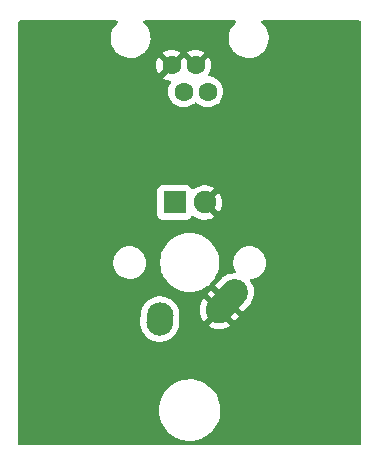
<source format=gbl>
%TF.GenerationSoftware,KiCad,Pcbnew,(6.0.8-1)-1*%
%TF.CreationDate,2022-10-24T07:50:05+03:00*%
%TF.ProjectId,kamaji_button_v1,6b616d61-6a69-45f6-9275-74746f6e5f76,rev?*%
%TF.SameCoordinates,PX2faf080PY2faf080*%
%TF.FileFunction,Copper,L2,Bot*%
%TF.FilePolarity,Positive*%
%FSLAX46Y46*%
G04 Gerber Fmt 4.6, Leading zero omitted, Abs format (unit mm)*
G04 Created by KiCad (PCBNEW (6.0.8-1)-1) date 2022-10-24 07:50:05*
%MOMM*%
%LPD*%
G01*
G04 APERTURE LIST*
G04 Aperture macros list*
%AMHorizOval*
0 Thick line with rounded ends*
0 $1 width*
0 $2 $3 position (X,Y) of the first rounded end (center of the circle)*
0 $4 $5 position (X,Y) of the second rounded end (center of the circle)*
0 Add line between two ends*
20,1,$1,$2,$3,$4,$5,0*
0 Add two circle primitives to create the rounded ends*
1,1,$1,$2,$3*
1,1,$1,$4,$5*%
G04 Aperture macros list end*
%TA.AperFunction,ComponentPad*%
%ADD10HorizOval,2.250000X-0.655001X-0.730000X0.655001X0.730000X0*%
%TD*%
%TA.AperFunction,ComponentPad*%
%ADD11C,2.250000*%
%TD*%
%TA.AperFunction,ComponentPad*%
%ADD12HorizOval,2.250000X-0.020000X-0.290000X0.020000X0.290000X0*%
%TD*%
%TA.AperFunction,ComponentPad*%
%ADD13C,1.905000*%
%TD*%
%TA.AperFunction,ComponentPad*%
%ADD14R,1.905000X1.905000*%
%TD*%
%TA.AperFunction,ComponentPad*%
%ADD15C,1.600000*%
%TD*%
G04 APERTURE END LIST*
D10*
%TO.P,SW2,1,1*%
%TO.N,GND*%
X18154999Y-24270000D03*
D11*
X17500000Y-25000000D03*
%TO.P,SW2,2,2*%
%TO.N,Net-(J1-Pad4)*%
X12460000Y-26080000D03*
D12*
X12480000Y-25790000D03*
D13*
%TO.P,SW2,3,K*%
%TO.N,GND*%
X16270000Y-15920000D03*
D14*
%TO.P,SW2,4,A*%
%TO.N,Net-(J1-Pad2)*%
X13730000Y-15920000D03*
%TD*%
D15*
%TO.P,J1,1*%
%TO.N,GND*%
X13470000Y-4300000D03*
%TO.P,J1,2*%
%TO.N,Net-(J1-Pad2)*%
X14490000Y-6540000D03*
%TO.P,J1,3*%
%TO.N,GND*%
X15510000Y-4300000D03*
%TO.P,J1,4*%
%TO.N,Net-(J1-Pad4)*%
X16530000Y-6540000D03*
%TD*%
%TA.AperFunction,Conductor*%
%TO.N,GND*%
G36*
X8871245Y-528502D02*
G01*
X8917738Y-582158D01*
X8927842Y-652432D01*
X8898348Y-717012D01*
X8882677Y-732210D01*
X8862470Y-748661D01*
X8838003Y-768580D01*
X8837999Y-768584D01*
X8834293Y-771601D01*
X8661897Y-962061D01*
X8520294Y-1176406D01*
X8518293Y-1180746D01*
X8518291Y-1180750D01*
X8444822Y-1340117D01*
X8412742Y-1409704D01*
X8411418Y-1414305D01*
X8411418Y-1414306D01*
X8362726Y-1583560D01*
X8341717Y-1656586D01*
X8308852Y-1911371D01*
X8314904Y-2168195D01*
X8359734Y-2421149D01*
X8442311Y-2664411D01*
X8560733Y-2892383D01*
X8712276Y-3099820D01*
X8778179Y-3166069D01*
X8890078Y-3278557D01*
X8890083Y-3278561D01*
X8893452Y-3281948D01*
X9100093Y-3434575D01*
X9327442Y-3554189D01*
X9331961Y-3555750D01*
X9331967Y-3555752D01*
X9565751Y-3636478D01*
X9570269Y-3638038D01*
X9822984Y-3684192D01*
X9905186Y-3688500D01*
X10065324Y-3688500D01*
X10067703Y-3688319D01*
X10067704Y-3688319D01*
X10251389Y-3674347D01*
X10251394Y-3674346D01*
X10256156Y-3673984D01*
X10260809Y-3672905D01*
X10260812Y-3672905D01*
X10501752Y-3617057D01*
X10501751Y-3617057D01*
X10506416Y-3615976D01*
X10745023Y-3520782D01*
X10966486Y-3390591D01*
X11165707Y-3228399D01*
X11179656Y-3212988D01*
X12748576Y-3212988D01*
X12755644Y-3226434D01*
X13457188Y-3927978D01*
X13471132Y-3935592D01*
X13472965Y-3935461D01*
X13479580Y-3931210D01*
X14185077Y-3225713D01*
X14191507Y-3213938D01*
X14190772Y-3212988D01*
X14788576Y-3212988D01*
X14795644Y-3226434D01*
X15497188Y-3927978D01*
X15511132Y-3935592D01*
X15512965Y-3935461D01*
X15519580Y-3931210D01*
X16225077Y-3225713D01*
X16231507Y-3213938D01*
X16222211Y-3201923D01*
X16171006Y-3166069D01*
X16161511Y-3160586D01*
X15964053Y-3068510D01*
X15953761Y-3064764D01*
X15743312Y-3008375D01*
X15732519Y-3006472D01*
X15515475Y-2987483D01*
X15504525Y-2987483D01*
X15287481Y-3006472D01*
X15276688Y-3008375D01*
X15066239Y-3064764D01*
X15055947Y-3068510D01*
X14858489Y-3160586D01*
X14848994Y-3166069D01*
X14796952Y-3202509D01*
X14788576Y-3212988D01*
X14190772Y-3212988D01*
X14182211Y-3201923D01*
X14131006Y-3166069D01*
X14121511Y-3160586D01*
X13924053Y-3068510D01*
X13913761Y-3064764D01*
X13703312Y-3008375D01*
X13692519Y-3006472D01*
X13475475Y-2987483D01*
X13464525Y-2987483D01*
X13247481Y-3006472D01*
X13236688Y-3008375D01*
X13026239Y-3064764D01*
X13015947Y-3068510D01*
X12818489Y-3160586D01*
X12808994Y-3166069D01*
X12756952Y-3202509D01*
X12748576Y-3212988D01*
X11179656Y-3212988D01*
X11338103Y-3037939D01*
X11479706Y-2823594D01*
X11551135Y-2668654D01*
X11585252Y-2594648D01*
X11585253Y-2594645D01*
X11587258Y-2590296D01*
X11635920Y-2421149D01*
X11656962Y-2348007D01*
X11656963Y-2348003D01*
X11658283Y-2343414D01*
X11691148Y-2088629D01*
X11685096Y-1831805D01*
X11640266Y-1578851D01*
X11557689Y-1335589D01*
X11439267Y-1107617D01*
X11287724Y-900180D01*
X11111830Y-723361D01*
X11077969Y-660961D01*
X11083219Y-590158D01*
X11125915Y-533434D01*
X11192500Y-508798D01*
X11201159Y-508500D01*
X18803124Y-508500D01*
X18871245Y-528502D01*
X18917738Y-582158D01*
X18927842Y-652432D01*
X18898348Y-717012D01*
X18882677Y-732210D01*
X18862470Y-748661D01*
X18838003Y-768580D01*
X18837999Y-768584D01*
X18834293Y-771601D01*
X18661897Y-962061D01*
X18520294Y-1176406D01*
X18518293Y-1180746D01*
X18518291Y-1180750D01*
X18444822Y-1340117D01*
X18412742Y-1409704D01*
X18411418Y-1414305D01*
X18411418Y-1414306D01*
X18362726Y-1583560D01*
X18341717Y-1656586D01*
X18308852Y-1911371D01*
X18314904Y-2168195D01*
X18359734Y-2421149D01*
X18442311Y-2664411D01*
X18560733Y-2892383D01*
X18712276Y-3099820D01*
X18778179Y-3166069D01*
X18890078Y-3278557D01*
X18890083Y-3278561D01*
X18893452Y-3281948D01*
X19100093Y-3434575D01*
X19327442Y-3554189D01*
X19331961Y-3555750D01*
X19331967Y-3555752D01*
X19565751Y-3636478D01*
X19570269Y-3638038D01*
X19822984Y-3684192D01*
X19905186Y-3688500D01*
X20065324Y-3688500D01*
X20067703Y-3688319D01*
X20067704Y-3688319D01*
X20251389Y-3674347D01*
X20251394Y-3674346D01*
X20256156Y-3673984D01*
X20260809Y-3672905D01*
X20260812Y-3672905D01*
X20501752Y-3617057D01*
X20501751Y-3617057D01*
X20506416Y-3615976D01*
X20745023Y-3520782D01*
X20966486Y-3390591D01*
X21165707Y-3228399D01*
X21338103Y-3037939D01*
X21479706Y-2823594D01*
X21551135Y-2668654D01*
X21585252Y-2594648D01*
X21585253Y-2594645D01*
X21587258Y-2590296D01*
X21635920Y-2421149D01*
X21656962Y-2348007D01*
X21656963Y-2348003D01*
X21658283Y-2343414D01*
X21691148Y-2088629D01*
X21685096Y-1831805D01*
X21640266Y-1578851D01*
X21557689Y-1335589D01*
X21439267Y-1107617D01*
X21287724Y-900180D01*
X21111830Y-723361D01*
X21077969Y-660961D01*
X21083219Y-590158D01*
X21125915Y-533434D01*
X21192500Y-508798D01*
X21201159Y-508500D01*
X29365500Y-508500D01*
X29433621Y-528502D01*
X29480114Y-582158D01*
X29491500Y-634500D01*
X29491500Y-36365500D01*
X29471498Y-36433621D01*
X29417842Y-36480114D01*
X29365500Y-36491500D01*
X634500Y-36491500D01*
X566379Y-36471498D01*
X519886Y-36417842D01*
X508500Y-36365500D01*
X508500Y-33545471D01*
X12394955Y-33545471D01*
X12419914Y-33862607D01*
X12483336Y-34174338D01*
X12584276Y-34476016D01*
X12721229Y-34763143D01*
X12892153Y-35031440D01*
X13094500Y-35276907D01*
X13325254Y-35495884D01*
X13580975Y-35685108D01*
X13719412Y-35763432D01*
X13854492Y-35839857D01*
X13854496Y-35839859D01*
X13857849Y-35841756D01*
X14151751Y-35963494D01*
X14253083Y-35991596D01*
X14454582Y-36047477D01*
X14454590Y-36047479D01*
X14458298Y-36048507D01*
X14772921Y-36095528D01*
X14776219Y-36095672D01*
X14885427Y-36100440D01*
X14885432Y-36100440D01*
X14886804Y-36100500D01*
X15080799Y-36100500D01*
X15317524Y-36086021D01*
X15321307Y-36085320D01*
X15321314Y-36085319D01*
X15519931Y-36048507D01*
X15630313Y-36028049D01*
X15839732Y-35962020D01*
X15930035Y-35933548D01*
X15930038Y-35933547D01*
X15933707Y-35932390D01*
X15937204Y-35930796D01*
X15937210Y-35930794D01*
X16219673Y-35802068D01*
X16219677Y-35802066D01*
X16223181Y-35800469D01*
X16408334Y-35687007D01*
X16491142Y-35636262D01*
X16491145Y-35636260D01*
X16494420Y-35634253D01*
X16497424Y-35631863D01*
X16497429Y-35631860D01*
X16740370Y-35438616D01*
X16743381Y-35436221D01*
X16966352Y-35209324D01*
X17100572Y-35034405D01*
X17157674Y-34959989D01*
X17157679Y-34959981D01*
X17160009Y-34956945D01*
X17272257Y-34766386D01*
X17319513Y-34686162D01*
X17319515Y-34686159D01*
X17321466Y-34682846D01*
X17448315Y-34391114D01*
X17538665Y-34086097D01*
X17591169Y-33772343D01*
X17605045Y-33454529D01*
X17580086Y-33137393D01*
X17516664Y-32825662D01*
X17415724Y-32523984D01*
X17278771Y-32236857D01*
X17107847Y-31968560D01*
X16905500Y-31723093D01*
X16674746Y-31504116D01*
X16419025Y-31314892D01*
X16218680Y-31201542D01*
X16145508Y-31160143D01*
X16145504Y-31160141D01*
X16142151Y-31158244D01*
X15848249Y-31036506D01*
X15746917Y-31008404D01*
X15545418Y-30952523D01*
X15545410Y-30952521D01*
X15541702Y-30951493D01*
X15227079Y-30904472D01*
X15223781Y-30904328D01*
X15114573Y-30899560D01*
X15114568Y-30899560D01*
X15113196Y-30899500D01*
X14919201Y-30899500D01*
X14682476Y-30913979D01*
X14678693Y-30914680D01*
X14678686Y-30914681D01*
X14526081Y-30942965D01*
X14369687Y-30971951D01*
X14189997Y-31028606D01*
X14069965Y-31066452D01*
X14069962Y-31066453D01*
X14066293Y-31067610D01*
X14062796Y-31069204D01*
X14062790Y-31069206D01*
X13780327Y-31197932D01*
X13780323Y-31197934D01*
X13776819Y-31199531D01*
X13773540Y-31201541D01*
X13773537Y-31201542D01*
X13584826Y-31317185D01*
X13505580Y-31365747D01*
X13502576Y-31368137D01*
X13502571Y-31368140D01*
X13283962Y-31542030D01*
X13256619Y-31563779D01*
X13033648Y-31790676D01*
X13031307Y-31793727D01*
X13031306Y-31793728D01*
X12842326Y-32040011D01*
X12842321Y-32040019D01*
X12839991Y-32043055D01*
X12838042Y-32046364D01*
X12723792Y-32240322D01*
X12678534Y-32317154D01*
X12551685Y-32608886D01*
X12461335Y-32913903D01*
X12408831Y-33227657D01*
X12394955Y-33545471D01*
X508500Y-33545471D01*
X508500Y-26080000D01*
X10821449Y-26080000D01*
X10821837Y-26084930D01*
X10821837Y-26084931D01*
X10826781Y-26147753D01*
X10827163Y-26156418D01*
X10827821Y-26224371D01*
X10828643Y-26229254D01*
X10836269Y-26274559D01*
X10837629Y-26285588D01*
X10841622Y-26336326D01*
X10842778Y-26341141D01*
X10857487Y-26402411D01*
X10859220Y-26410908D01*
X10860634Y-26419309D01*
X10870501Y-26477922D01*
X10872073Y-26482606D01*
X10872074Y-26482609D01*
X10886694Y-26526163D01*
X10889763Y-26536846D01*
X10901645Y-26586340D01*
X10927659Y-26649144D01*
X10930692Y-26657244D01*
X10952319Y-26721676D01*
X10954608Y-26726063D01*
X10954611Y-26726070D01*
X10975859Y-26766791D01*
X10980561Y-26776861D01*
X10998143Y-26819309D01*
X10998147Y-26819316D01*
X11000040Y-26823887D01*
X11035556Y-26881843D01*
X11039820Y-26889372D01*
X11057144Y-26922573D01*
X11071261Y-26949629D01*
X11074212Y-26953609D01*
X11101572Y-26990510D01*
X11107791Y-26999720D01*
X11134384Y-27043116D01*
X11178532Y-27094807D01*
X11183905Y-27101555D01*
X11224398Y-27156169D01*
X11227922Y-27159625D01*
X11227926Y-27159630D01*
X11260734Y-27191808D01*
X11268315Y-27199930D01*
X11301369Y-27238631D01*
X11305125Y-27241839D01*
X11305130Y-27241844D01*
X11353047Y-27282769D01*
X11359445Y-27288626D01*
X11404427Y-27332745D01*
X11404435Y-27332752D01*
X11407961Y-27336210D01*
X11411986Y-27339075D01*
X11411987Y-27339076D01*
X11449421Y-27365723D01*
X11458182Y-27372561D01*
X11496884Y-27405616D01*
X11554828Y-27441124D01*
X11562055Y-27445903D01*
X11617427Y-27485319D01*
X11647305Y-27500180D01*
X11662987Y-27507980D01*
X11672709Y-27513362D01*
X11716113Y-27539960D01*
X11720683Y-27541853D01*
X11720691Y-27541857D01*
X11778907Y-27565970D01*
X11786784Y-27569555D01*
X11847642Y-27599825D01*
X11896198Y-27615084D01*
X11906635Y-27618877D01*
X11949089Y-27636462D01*
X11949093Y-27636463D01*
X11953660Y-27638355D01*
X12019769Y-27654227D01*
X12028077Y-27656526D01*
X12092934Y-27676907D01*
X12097828Y-27677634D01*
X12097834Y-27677635D01*
X12122924Y-27681360D01*
X12143282Y-27684383D01*
X12154185Y-27686497D01*
X12198852Y-27697221D01*
X12198860Y-27697222D01*
X12203674Y-27698378D01*
X12208606Y-27698766D01*
X12208611Y-27698767D01*
X12271432Y-27703711D01*
X12280050Y-27704689D01*
X12308942Y-27708978D01*
X12347264Y-27714668D01*
X12352220Y-27714620D01*
X12398148Y-27714175D01*
X12409256Y-27714557D01*
X12410667Y-27714668D01*
X12460000Y-27718551D01*
X12464930Y-27718163D01*
X12464931Y-27718163D01*
X12527754Y-27713219D01*
X12536419Y-27712837D01*
X12599420Y-27712227D01*
X12599421Y-27712227D01*
X12604371Y-27712179D01*
X12612231Y-27710856D01*
X12654559Y-27703731D01*
X12665588Y-27702371D01*
X12677793Y-27701410D01*
X12716326Y-27698378D01*
X12738601Y-27693030D01*
X12782411Y-27682513D01*
X12790908Y-27680780D01*
X12809590Y-27677635D01*
X12857922Y-27669499D01*
X12862606Y-27667927D01*
X12862609Y-27667926D01*
X12906163Y-27653306D01*
X12916846Y-27650237D01*
X12961533Y-27639509D01*
X12966340Y-27638355D01*
X13029144Y-27612341D01*
X13037247Y-27609307D01*
X13096982Y-27589257D01*
X13096987Y-27589255D01*
X13101676Y-27587681D01*
X13106063Y-27585392D01*
X13106070Y-27585389D01*
X13146791Y-27564141D01*
X13156861Y-27559439D01*
X13199309Y-27541857D01*
X13199316Y-27541853D01*
X13203887Y-27539960D01*
X13261843Y-27504444D01*
X13269372Y-27500180D01*
X13325237Y-27471031D01*
X13325240Y-27471029D01*
X13329629Y-27468739D01*
X13370510Y-27438428D01*
X13379720Y-27432209D01*
X13418899Y-27408200D01*
X13423116Y-27405616D01*
X13474807Y-27361468D01*
X13481555Y-27356095D01*
X13536169Y-27315602D01*
X13539625Y-27312078D01*
X13539630Y-27312074D01*
X13571808Y-27279266D01*
X13579931Y-27271684D01*
X13614875Y-27241839D01*
X13618631Y-27238631D01*
X13621839Y-27234875D01*
X13621844Y-27234870D01*
X13662769Y-27186953D01*
X13668626Y-27180555D01*
X13712745Y-27135573D01*
X13712752Y-27135565D01*
X13716210Y-27132039D01*
X13745723Y-27090579D01*
X13752561Y-27081818D01*
X13782403Y-27046878D01*
X13782406Y-27046874D01*
X13785616Y-27043116D01*
X13821124Y-26985172D01*
X13825903Y-26977945D01*
X13846059Y-26949629D01*
X13865319Y-26922573D01*
X13887980Y-26877013D01*
X13893362Y-26867291D01*
X13917374Y-26828107D01*
X13917376Y-26828104D01*
X13919960Y-26823887D01*
X13921853Y-26819317D01*
X13921857Y-26819309D01*
X13945970Y-26761093D01*
X13949555Y-26753216D01*
X13979825Y-26692358D01*
X13995084Y-26643802D01*
X13998877Y-26633365D01*
X14016462Y-26590911D01*
X14016465Y-26590902D01*
X14018355Y-26586340D01*
X14034227Y-26520231D01*
X14036526Y-26511923D01*
X14056907Y-26447066D01*
X14061029Y-26419309D01*
X14064382Y-26396724D01*
X14066497Y-26385818D01*
X14069239Y-26374396D01*
X16613900Y-26374396D01*
X16617862Y-26379454D01*
X16681447Y-26413835D01*
X16687351Y-26417237D01*
X16752115Y-26456924D01*
X16760913Y-26461406D01*
X16791313Y-26473998D01*
X16803028Y-26479574D01*
X16831989Y-26495234D01*
X16841012Y-26499233D01*
X16912684Y-26524472D01*
X16919051Y-26526910D01*
X16989233Y-26555981D01*
X16998629Y-26559034D01*
X17030634Y-26566717D01*
X17043076Y-26570391D01*
X17074118Y-26581323D01*
X17083663Y-26583864D01*
X17158396Y-26597580D01*
X17165065Y-26598992D01*
X17238931Y-26616726D01*
X17248686Y-26618271D01*
X17281501Y-26620854D01*
X17294360Y-26622536D01*
X17326734Y-26628478D01*
X17336561Y-26629493D01*
X17412499Y-26631349D01*
X17419306Y-26631699D01*
X17495070Y-26637662D01*
X17504930Y-26637662D01*
X17537763Y-26635078D01*
X17550728Y-26634728D01*
X17583613Y-26635532D01*
X17593484Y-26634997D01*
X17668764Y-26624953D01*
X17675543Y-26624234D01*
X17751312Y-26618271D01*
X17761062Y-26616727D01*
X17793078Y-26609041D01*
X17805827Y-26606667D01*
X17838439Y-26602316D01*
X17848097Y-26600245D01*
X17920891Y-26578545D01*
X17927473Y-26576775D01*
X18001373Y-26559033D01*
X18010758Y-26555984D01*
X18041174Y-26543385D01*
X18053397Y-26539045D01*
X18084937Y-26529643D01*
X18094144Y-26526090D01*
X18162647Y-26493270D01*
X18168870Y-26490492D01*
X18239093Y-26461404D01*
X18247876Y-26456929D01*
X18275958Y-26439721D01*
X18287347Y-26433525D01*
X18317017Y-26419309D01*
X18325563Y-26414356D01*
X18388093Y-26371220D01*
X18393806Y-26367503D01*
X18453928Y-26330660D01*
X18459190Y-26322599D01*
X18453183Y-26312393D01*
X17522800Y-25382010D01*
X17508856Y-25374396D01*
X17508838Y-25374397D01*
X17499790Y-25380564D01*
X16620548Y-26360482D01*
X16613900Y-26374396D01*
X14069239Y-26374396D01*
X14077221Y-26341146D01*
X14077222Y-26341141D01*
X14078378Y-26336326D01*
X14078766Y-26331395D01*
X14078767Y-26331389D01*
X14083711Y-26268568D01*
X14084687Y-26259963D01*
X14084849Y-26258869D01*
X14084850Y-26258864D01*
X14085213Y-26256416D01*
X14089035Y-26200996D01*
X14089124Y-26199788D01*
X14098163Y-26084930D01*
X14098551Y-26080000D01*
X14098163Y-26075068D01*
X14098163Y-26072980D01*
X14098462Y-26064311D01*
X14133874Y-25550844D01*
X14133874Y-25550836D01*
X14134045Y-25548360D01*
X14132179Y-25355629D01*
X14089499Y-25102078D01*
X14087926Y-25097391D01*
X14056891Y-25004932D01*
X15862338Y-25004932D01*
X15864920Y-25037746D01*
X15865270Y-25050707D01*
X15864466Y-25083614D01*
X15865001Y-25093487D01*
X15875049Y-25168802D01*
X15875768Y-25175579D01*
X15881729Y-25251313D01*
X15883274Y-25261067D01*
X15890954Y-25293060D01*
X15893328Y-25305807D01*
X15897684Y-25338451D01*
X15899751Y-25348094D01*
X15921467Y-25420941D01*
X15923237Y-25427523D01*
X15940967Y-25501373D01*
X15944015Y-25510753D01*
X15956606Y-25541151D01*
X15960946Y-25553375D01*
X15970354Y-25584935D01*
X15973909Y-25594150D01*
X16006756Y-25662709D01*
X16009532Y-25668931D01*
X16038590Y-25739081D01*
X16043068Y-25747870D01*
X16060261Y-25775925D01*
X16066461Y-25787322D01*
X16080688Y-25817018D01*
X16085643Y-25825566D01*
X16128807Y-25888137D01*
X16132524Y-25893850D01*
X16169340Y-25953928D01*
X16177401Y-25959190D01*
X16187607Y-25953183D01*
X17127978Y-25012812D01*
X17134356Y-25001132D01*
X17864408Y-25001132D01*
X17864539Y-25002965D01*
X17868790Y-25009580D01*
X18813463Y-25954253D01*
X18827407Y-25961867D01*
X18827425Y-25961866D01*
X18836473Y-25955699D01*
X19188724Y-25563115D01*
X19195570Y-25548786D01*
X19195339Y-25546960D01*
X19190738Y-25540586D01*
X18217475Y-24667314D01*
X18203146Y-24660468D01*
X18199527Y-24660925D01*
X18195627Y-24663583D01*
X17872022Y-24987188D01*
X17864408Y-25001132D01*
X17134356Y-25001132D01*
X17135592Y-24998868D01*
X17135461Y-24997035D01*
X17131210Y-24990420D01*
X16189066Y-24048276D01*
X16175529Y-24040884D01*
X16170259Y-24044570D01*
X16155012Y-24069452D01*
X16147674Y-24080149D01*
X16127671Y-24106311D01*
X16122311Y-24114596D01*
X16086157Y-24181460D01*
X16082755Y-24187364D01*
X16043077Y-24252114D01*
X16038595Y-24260911D01*
X16026005Y-24291305D01*
X16020432Y-24303015D01*
X16004761Y-24331997D01*
X16000765Y-24341015D01*
X15975514Y-24412718D01*
X15973077Y-24419083D01*
X15944014Y-24489248D01*
X15940968Y-24498621D01*
X15933285Y-24530621D01*
X15929614Y-24543054D01*
X15918675Y-24574119D01*
X15916134Y-24583666D01*
X15902413Y-24658425D01*
X15901001Y-24665094D01*
X15883274Y-24738931D01*
X15881729Y-24748686D01*
X15879147Y-24781488D01*
X15877465Y-24794347D01*
X15871520Y-24826738D01*
X15870505Y-24836563D01*
X15868648Y-24912537D01*
X15868298Y-24919344D01*
X15862338Y-24995071D01*
X15862338Y-25004932D01*
X14056891Y-25004932D01*
X14009256Y-24863015D01*
X14009254Y-24863010D01*
X14007681Y-24858324D01*
X13996327Y-24836563D01*
X13906068Y-24663583D01*
X13888739Y-24630371D01*
X13735602Y-24423830D01*
X13552039Y-24243789D01*
X13342573Y-24094680D01*
X13112358Y-23980175D01*
X13107630Y-23978689D01*
X13107627Y-23978688D01*
X12871795Y-23904578D01*
X12871794Y-23904578D01*
X12867066Y-23903092D01*
X12612736Y-23865332D01*
X12548949Y-23865950D01*
X12360580Y-23867773D01*
X12360579Y-23867773D01*
X12355629Y-23867821D01*
X12102078Y-23910500D01*
X12097394Y-23912072D01*
X12097391Y-23912073D01*
X12029110Y-23934992D01*
X11858324Y-23992318D01*
X11630371Y-24111261D01*
X11626393Y-24114211D01*
X11626389Y-24114213D01*
X11548278Y-24172128D01*
X11423831Y-24264398D01*
X11243790Y-24447961D01*
X11240915Y-24452000D01*
X11240914Y-24452001D01*
X11110817Y-24634760D01*
X11094681Y-24657427D01*
X11092474Y-24661863D01*
X11092474Y-24661864D01*
X10992424Y-24863015D01*
X10980175Y-24887641D01*
X10978692Y-24892359D01*
X10978692Y-24892360D01*
X10970212Y-24919344D01*
X10903093Y-25132933D01*
X10874787Y-25323584D01*
X10874617Y-25326054D01*
X10874616Y-25326060D01*
X10830963Y-25959029D01*
X10830874Y-25960245D01*
X10821449Y-26080000D01*
X508500Y-26080000D01*
X508500Y-23655118D01*
X16518732Y-23655118D01*
X16519189Y-23658739D01*
X16521843Y-23662633D01*
X17477198Y-24617988D01*
X17491142Y-24625602D01*
X17491160Y-24625601D01*
X17500208Y-24619434D01*
X17784217Y-24302905D01*
X17791063Y-24288576D01*
X17790832Y-24286749D01*
X17786233Y-24280377D01*
X16783397Y-23380572D01*
X16769068Y-23373726D01*
X16767241Y-23373957D01*
X16760869Y-23378556D01*
X16525578Y-23640789D01*
X16518732Y-23655118D01*
X508500Y-23655118D01*
X508500Y-20934593D01*
X8533039Y-20934593D01*
X8541848Y-21169216D01*
X8542943Y-21174434D01*
X8567794Y-21292871D01*
X8590062Y-21399001D01*
X8676302Y-21617377D01*
X8798104Y-21818100D01*
X8951985Y-21995432D01*
X8956117Y-21998820D01*
X9129416Y-22140917D01*
X9129422Y-22140921D01*
X9133544Y-22144301D01*
X9138180Y-22146940D01*
X9138183Y-22146942D01*
X9249408Y-22210255D01*
X9337590Y-22260451D01*
X9558289Y-22340561D01*
X9563538Y-22341510D01*
X9563541Y-22341511D01*
X9644615Y-22356171D01*
X9789330Y-22382340D01*
X9793469Y-22382535D01*
X9793476Y-22382536D01*
X9812440Y-22383430D01*
X9812449Y-22383430D01*
X9813929Y-22383500D01*
X9978950Y-22383500D01*
X10060327Y-22376595D01*
X10148637Y-22369102D01*
X10148641Y-22369101D01*
X10153948Y-22368651D01*
X10159103Y-22367313D01*
X10159109Y-22367312D01*
X10376035Y-22311009D01*
X10376034Y-22311009D01*
X10381206Y-22309667D01*
X10386072Y-22307475D01*
X10386075Y-22307474D01*
X10590417Y-22215424D01*
X10590420Y-22215423D01*
X10595278Y-22213234D01*
X10790041Y-22082112D01*
X10959927Y-21920049D01*
X11100078Y-21731679D01*
X11108782Y-21714561D01*
X11204069Y-21527144D01*
X11204069Y-21527143D01*
X11206487Y-21522388D01*
X11276111Y-21298160D01*
X11293202Y-21169216D01*
X11294763Y-21157438D01*
X12497600Y-21157438D01*
X12537064Y-21469830D01*
X12615370Y-21774813D01*
X12731284Y-22067577D01*
X12733186Y-22071036D01*
X12733187Y-22071039D01*
X12865112Y-22311009D01*
X12882976Y-22343504D01*
X13068055Y-22598244D01*
X13283602Y-22827778D01*
X13526218Y-23028487D01*
X13792076Y-23197206D01*
X13795655Y-23198890D01*
X13795662Y-23198894D01*
X14073394Y-23329584D01*
X14073398Y-23329586D01*
X14076984Y-23331273D01*
X14376448Y-23428575D01*
X14685746Y-23487577D01*
X14779300Y-23493463D01*
X14919358Y-23502275D01*
X14919374Y-23502276D01*
X14921353Y-23502400D01*
X15078647Y-23502400D01*
X15080626Y-23502276D01*
X15080642Y-23502275D01*
X15220700Y-23493463D01*
X15314254Y-23487577D01*
X15623552Y-23428575D01*
X15923016Y-23331273D01*
X15926602Y-23329586D01*
X15926606Y-23329584D01*
X16204338Y-23198894D01*
X16204345Y-23198890D01*
X16207924Y-23197206D01*
X16473782Y-23028487D01*
X16518837Y-22991214D01*
X17114428Y-22991214D01*
X17114659Y-22993041D01*
X17119258Y-22999413D01*
X18135576Y-23911315D01*
X18171585Y-23943625D01*
X18185915Y-23950471D01*
X18189534Y-23950014D01*
X18193434Y-23947356D01*
X18414290Y-23726500D01*
X18476602Y-23692474D01*
X18547417Y-23697539D01*
X18592480Y-23726500D01*
X18773500Y-23907520D01*
X18807526Y-23969832D01*
X18802461Y-24040647D01*
X18773500Y-24085710D01*
X18576541Y-24282669D01*
X18568927Y-24296613D01*
X18568928Y-24296631D01*
X18575095Y-24305679D01*
X19526601Y-25159428D01*
X19540930Y-25166274D01*
X19542757Y-25166043D01*
X19549129Y-25161444D01*
X20066663Y-24584650D01*
X20069803Y-24580861D01*
X20182327Y-24433689D01*
X20187689Y-24425399D01*
X20305233Y-24208009D01*
X20309233Y-24198985D01*
X20391327Y-23965872D01*
X20393862Y-23956344D01*
X20438478Y-23713261D01*
X20439493Y-23703436D01*
X20445532Y-23456386D01*
X20444997Y-23446513D01*
X20412316Y-23201562D01*
X20410244Y-23191896D01*
X20339644Y-22955066D01*
X20336087Y-22945847D01*
X20229308Y-22722979D01*
X20224356Y-22714435D01*
X20127265Y-22573692D01*
X20105048Y-22506261D01*
X20122814Y-22437523D01*
X20174922Y-22389302D01*
X20220328Y-22376595D01*
X20308637Y-22369102D01*
X20308641Y-22369101D01*
X20313948Y-22368651D01*
X20319103Y-22367313D01*
X20319109Y-22367312D01*
X20536035Y-22311009D01*
X20536034Y-22311009D01*
X20541206Y-22309667D01*
X20546072Y-22307475D01*
X20546075Y-22307474D01*
X20750417Y-22215424D01*
X20750420Y-22215423D01*
X20755278Y-22213234D01*
X20950041Y-22082112D01*
X21119927Y-21920049D01*
X21260078Y-21731679D01*
X21268782Y-21714561D01*
X21364069Y-21527144D01*
X21364069Y-21527143D01*
X21366487Y-21522388D01*
X21436111Y-21298160D01*
X21453202Y-21169216D01*
X21466261Y-21070690D01*
X21466261Y-21070687D01*
X21466961Y-21065407D01*
X21458152Y-20830784D01*
X21440358Y-20745978D01*
X21411035Y-20606226D01*
X21411034Y-20606223D01*
X21409938Y-20600999D01*
X21323698Y-20382623D01*
X21201896Y-20181900D01*
X21048015Y-20004568D01*
X21037938Y-19996306D01*
X20870584Y-19859083D01*
X20870578Y-19859079D01*
X20866456Y-19855699D01*
X20861820Y-19853060D01*
X20861817Y-19853058D01*
X20667053Y-19742192D01*
X20662410Y-19739549D01*
X20441711Y-19659439D01*
X20436462Y-19658490D01*
X20436459Y-19658489D01*
X20355385Y-19643829D01*
X20210670Y-19617660D01*
X20206531Y-19617465D01*
X20206524Y-19617464D01*
X20187560Y-19616570D01*
X20187551Y-19616570D01*
X20186071Y-19616500D01*
X20021050Y-19616500D01*
X19939701Y-19623403D01*
X19851363Y-19630898D01*
X19851359Y-19630899D01*
X19846052Y-19631349D01*
X19840897Y-19632687D01*
X19840891Y-19632688D01*
X19663177Y-19678814D01*
X19618794Y-19690333D01*
X19613928Y-19692525D01*
X19613925Y-19692526D01*
X19409583Y-19784576D01*
X19409580Y-19784577D01*
X19404722Y-19786766D01*
X19209959Y-19917888D01*
X19040073Y-20079951D01*
X18899922Y-20268321D01*
X18897506Y-20273072D01*
X18897504Y-20273076D01*
X18795931Y-20472856D01*
X18793513Y-20477612D01*
X18723889Y-20701840D01*
X18723188Y-20707129D01*
X18706092Y-20836116D01*
X18693039Y-20934593D01*
X18701848Y-21169216D01*
X18702943Y-21174434D01*
X18727794Y-21292871D01*
X18750062Y-21399001D01*
X18836302Y-21617377D01*
X18839071Y-21621940D01*
X18839074Y-21621946D01*
X18895274Y-21714561D01*
X18913513Y-21783174D01*
X18891761Y-21850757D01*
X18836925Y-21895851D01*
X18784476Y-21905888D01*
X18726386Y-21904468D01*
X18716513Y-21905003D01*
X18471562Y-21937684D01*
X18461896Y-21939756D01*
X18225066Y-22010356D01*
X18215847Y-22013913D01*
X17992973Y-22120695D01*
X17984439Y-22125642D01*
X17781009Y-22265976D01*
X17773343Y-22272206D01*
X17639181Y-22399965D01*
X17635760Y-22403488D01*
X17121274Y-22976885D01*
X17114428Y-22991214D01*
X16518837Y-22991214D01*
X16716398Y-22827778D01*
X16931945Y-22598244D01*
X17117024Y-22343504D01*
X17134889Y-22311009D01*
X17266813Y-22071039D01*
X17266814Y-22071036D01*
X17268716Y-22067577D01*
X17384630Y-21774813D01*
X17462936Y-21469830D01*
X17502400Y-21157438D01*
X17502400Y-20842562D01*
X17462936Y-20530170D01*
X17384630Y-20225187D01*
X17268716Y-19932423D01*
X17262749Y-19921569D01*
X17118933Y-19659968D01*
X17118931Y-19659965D01*
X17117024Y-19656496D01*
X16931945Y-19401756D01*
X16716398Y-19172222D01*
X16473782Y-18971513D01*
X16207924Y-18802794D01*
X16204345Y-18801110D01*
X16204338Y-18801106D01*
X15926606Y-18670416D01*
X15926602Y-18670414D01*
X15923016Y-18668727D01*
X15623552Y-18571425D01*
X15314254Y-18512423D01*
X15220700Y-18506537D01*
X15080642Y-18497725D01*
X15080626Y-18497724D01*
X15078647Y-18497600D01*
X14921353Y-18497600D01*
X14919374Y-18497724D01*
X14919358Y-18497725D01*
X14779300Y-18506537D01*
X14685746Y-18512423D01*
X14376448Y-18571425D01*
X14076984Y-18668727D01*
X14073398Y-18670414D01*
X14073394Y-18670416D01*
X13795662Y-18801106D01*
X13795655Y-18801110D01*
X13792076Y-18802794D01*
X13526218Y-18971513D01*
X13283602Y-19172222D01*
X13068055Y-19401756D01*
X12882976Y-19656496D01*
X12881069Y-19659965D01*
X12881067Y-19659968D01*
X12737251Y-19921569D01*
X12731284Y-19932423D01*
X12615370Y-20225187D01*
X12537064Y-20530170D01*
X12497600Y-20842562D01*
X12497600Y-21157438D01*
X11294763Y-21157438D01*
X11306261Y-21070690D01*
X11306261Y-21070687D01*
X11306961Y-21065407D01*
X11298152Y-20830784D01*
X11280358Y-20745978D01*
X11251035Y-20606226D01*
X11251034Y-20606223D01*
X11249938Y-20600999D01*
X11163698Y-20382623D01*
X11041896Y-20181900D01*
X10888015Y-20004568D01*
X10877938Y-19996306D01*
X10710584Y-19859083D01*
X10710578Y-19859079D01*
X10706456Y-19855699D01*
X10701820Y-19853060D01*
X10701817Y-19853058D01*
X10507053Y-19742192D01*
X10502410Y-19739549D01*
X10281711Y-19659439D01*
X10276462Y-19658490D01*
X10276459Y-19658489D01*
X10195385Y-19643829D01*
X10050670Y-19617660D01*
X10046531Y-19617465D01*
X10046524Y-19617464D01*
X10027560Y-19616570D01*
X10027551Y-19616570D01*
X10026071Y-19616500D01*
X9861050Y-19616500D01*
X9779701Y-19623403D01*
X9691363Y-19630898D01*
X9691359Y-19630899D01*
X9686052Y-19631349D01*
X9680897Y-19632687D01*
X9680891Y-19632688D01*
X9503177Y-19678814D01*
X9458794Y-19690333D01*
X9453928Y-19692525D01*
X9453925Y-19692526D01*
X9249583Y-19784576D01*
X9249580Y-19784577D01*
X9244722Y-19786766D01*
X9049959Y-19917888D01*
X8880073Y-20079951D01*
X8739922Y-20268321D01*
X8737506Y-20273072D01*
X8737504Y-20273076D01*
X8635931Y-20472856D01*
X8633513Y-20477612D01*
X8563889Y-20701840D01*
X8563188Y-20707129D01*
X8546092Y-20836116D01*
X8533039Y-20934593D01*
X508500Y-20934593D01*
X508500Y-16920634D01*
X12269000Y-16920634D01*
X12275755Y-16982816D01*
X12326885Y-17119205D01*
X12414239Y-17235761D01*
X12530795Y-17323115D01*
X12667184Y-17374245D01*
X12729366Y-17381000D01*
X14730634Y-17381000D01*
X14792816Y-17374245D01*
X14929205Y-17323115D01*
X15045761Y-17235761D01*
X15133115Y-17119205D01*
X15140905Y-17098426D01*
X15183546Y-17041661D01*
X15250108Y-17016961D01*
X15319457Y-17032168D01*
X15339372Y-17045711D01*
X15425446Y-17117171D01*
X15433878Y-17123076D01*
X15632318Y-17239035D01*
X15641601Y-17243482D01*
X15856306Y-17325470D01*
X15866208Y-17328347D01*
X16091402Y-17374163D01*
X16101654Y-17375386D01*
X16331316Y-17383807D01*
X16341602Y-17383340D01*
X16569565Y-17354137D01*
X16579651Y-17351994D01*
X16799779Y-17285952D01*
X16809374Y-17282191D01*
X17015750Y-17181089D01*
X17024616Y-17175804D01*
X17092737Y-17127213D01*
X17101138Y-17116513D01*
X17094150Y-17103360D01*
X15999885Y-16009095D01*
X15965859Y-15946783D01*
X15967694Y-15921132D01*
X16634408Y-15921132D01*
X16634539Y-15922965D01*
X16638790Y-15929580D01*
X17453922Y-16744712D01*
X17465932Y-16751271D01*
X17477671Y-16742303D01*
X17523165Y-16678991D01*
X17528476Y-16670152D01*
X17630298Y-16464129D01*
X17634097Y-16454534D01*
X17700904Y-16234650D01*
X17703083Y-16224569D01*
X17733318Y-15994912D01*
X17733837Y-15988237D01*
X17735423Y-15923364D01*
X17735229Y-15916647D01*
X17716250Y-15685796D01*
X17714567Y-15675634D01*
X17658578Y-15452729D01*
X17655259Y-15442981D01*
X17563616Y-15232213D01*
X17558749Y-15223136D01*
X17477191Y-15097069D01*
X17466505Y-15087867D01*
X17456940Y-15092270D01*
X16642022Y-15907188D01*
X16634408Y-15921132D01*
X15967694Y-15921132D01*
X15970924Y-15875968D01*
X15999885Y-15830905D01*
X17096370Y-14734420D01*
X17103390Y-14721564D01*
X17095615Y-14710894D01*
X17085061Y-14702558D01*
X17076468Y-14696849D01*
X16875278Y-14585786D01*
X16865866Y-14581556D01*
X16649232Y-14504841D01*
X16639261Y-14502207D01*
X16413005Y-14461905D01*
X16402752Y-14460936D01*
X16172942Y-14458128D01*
X16162658Y-14458848D01*
X15935484Y-14493610D01*
X15925457Y-14495999D01*
X15707012Y-14567398D01*
X15697503Y-14571395D01*
X15493656Y-14677511D01*
X15484939Y-14683000D01*
X15333901Y-14796402D01*
X15267416Y-14821307D01*
X15198020Y-14806314D01*
X15147747Y-14756184D01*
X15140268Y-14739875D01*
X15133115Y-14720795D01*
X15045761Y-14604239D01*
X14929205Y-14516885D01*
X14792816Y-14465755D01*
X14730634Y-14459000D01*
X12729366Y-14459000D01*
X12667184Y-14465755D01*
X12530795Y-14516885D01*
X12414239Y-14604239D01*
X12326885Y-14720795D01*
X12275755Y-14857184D01*
X12269000Y-14919366D01*
X12269000Y-16920634D01*
X508500Y-16920634D01*
X508500Y-5386062D01*
X12748493Y-5386062D01*
X12757789Y-5398077D01*
X12808994Y-5433931D01*
X12818489Y-5439414D01*
X13015947Y-5531490D01*
X13026239Y-5535236D01*
X13236688Y-5591625D01*
X13247480Y-5593528D01*
X13320163Y-5599887D01*
X13386281Y-5625750D01*
X13427921Y-5683254D01*
X13431862Y-5754141D01*
X13412395Y-5797679D01*
X13355634Y-5878742D01*
X13355633Y-5878744D01*
X13352477Y-5883251D01*
X13350154Y-5888233D01*
X13350151Y-5888238D01*
X13258039Y-6085775D01*
X13255716Y-6090757D01*
X13196457Y-6311913D01*
X13176502Y-6540000D01*
X13196457Y-6768087D01*
X13255716Y-6989243D01*
X13258039Y-6994224D01*
X13258039Y-6994225D01*
X13350151Y-7191762D01*
X13350154Y-7191767D01*
X13352477Y-7196749D01*
X13483802Y-7384300D01*
X13645700Y-7546198D01*
X13650208Y-7549355D01*
X13650211Y-7549357D01*
X13728389Y-7604098D01*
X13833251Y-7677523D01*
X13838233Y-7679846D01*
X13838238Y-7679849D01*
X14035775Y-7771961D01*
X14040757Y-7774284D01*
X14046065Y-7775706D01*
X14046067Y-7775707D01*
X14256598Y-7832119D01*
X14256600Y-7832119D01*
X14261913Y-7833543D01*
X14490000Y-7853498D01*
X14718087Y-7833543D01*
X14723400Y-7832119D01*
X14723402Y-7832119D01*
X14933933Y-7775707D01*
X14933935Y-7775706D01*
X14939243Y-7774284D01*
X14944225Y-7771961D01*
X15141762Y-7679849D01*
X15141767Y-7679846D01*
X15146749Y-7677523D01*
X15251611Y-7604098D01*
X15329789Y-7549357D01*
X15329792Y-7549355D01*
X15334300Y-7546198D01*
X15420905Y-7459593D01*
X15483217Y-7425567D01*
X15554032Y-7430632D01*
X15599095Y-7459593D01*
X15685700Y-7546198D01*
X15690208Y-7549355D01*
X15690211Y-7549357D01*
X15768389Y-7604098D01*
X15873251Y-7677523D01*
X15878233Y-7679846D01*
X15878238Y-7679849D01*
X16075775Y-7771961D01*
X16080757Y-7774284D01*
X16086065Y-7775706D01*
X16086067Y-7775707D01*
X16296598Y-7832119D01*
X16296600Y-7832119D01*
X16301913Y-7833543D01*
X16530000Y-7853498D01*
X16758087Y-7833543D01*
X16763400Y-7832119D01*
X16763402Y-7832119D01*
X16973933Y-7775707D01*
X16973935Y-7775706D01*
X16979243Y-7774284D01*
X16984225Y-7771961D01*
X17181762Y-7679849D01*
X17181767Y-7679846D01*
X17186749Y-7677523D01*
X17291611Y-7604098D01*
X17369789Y-7549357D01*
X17369792Y-7549355D01*
X17374300Y-7546198D01*
X17536198Y-7384300D01*
X17667523Y-7196749D01*
X17669846Y-7191767D01*
X17669849Y-7191762D01*
X17761961Y-6994225D01*
X17761961Y-6994224D01*
X17764284Y-6989243D01*
X17823543Y-6768087D01*
X17843498Y-6540000D01*
X17823543Y-6311913D01*
X17764284Y-6090757D01*
X17761961Y-6085775D01*
X17669849Y-5888238D01*
X17669846Y-5888233D01*
X17667523Y-5883251D01*
X17536198Y-5695700D01*
X17374300Y-5533802D01*
X17369792Y-5530645D01*
X17369789Y-5530643D01*
X17239500Y-5439414D01*
X17186749Y-5402477D01*
X17181767Y-5400154D01*
X17181762Y-5400151D01*
X16984225Y-5308039D01*
X16984224Y-5308039D01*
X16979243Y-5305716D01*
X16973935Y-5304294D01*
X16973933Y-5304293D01*
X16763402Y-5247881D01*
X16763400Y-5247881D01*
X16758087Y-5246457D01*
X16752611Y-5245978D01*
X16752606Y-5245977D01*
X16709295Y-5242188D01*
X16679592Y-5239590D01*
X16613475Y-5213727D01*
X16571835Y-5156224D01*
X16567894Y-5085336D01*
X16587360Y-5041799D01*
X16643932Y-4961004D01*
X16649414Y-4951511D01*
X16741490Y-4754053D01*
X16745236Y-4743761D01*
X16801625Y-4533312D01*
X16803528Y-4522519D01*
X16822517Y-4305475D01*
X16822517Y-4294525D01*
X16803528Y-4077481D01*
X16801625Y-4066688D01*
X16745236Y-3856239D01*
X16741490Y-3845947D01*
X16649414Y-3648489D01*
X16643931Y-3638994D01*
X16607491Y-3586952D01*
X16597012Y-3578576D01*
X16583566Y-3585644D01*
X15599095Y-4570115D01*
X15536783Y-4604141D01*
X15465968Y-4599076D01*
X15420905Y-4570115D01*
X14502812Y-3652022D01*
X14488868Y-3644408D01*
X14487035Y-3644539D01*
X14480420Y-3648790D01*
X12754923Y-5374287D01*
X12748493Y-5386062D01*
X508500Y-5386062D01*
X508500Y-4305475D01*
X12157483Y-4305475D01*
X12176472Y-4522519D01*
X12178375Y-4533312D01*
X12234764Y-4743761D01*
X12238510Y-4754053D01*
X12330586Y-4951511D01*
X12336069Y-4961006D01*
X12372509Y-5013048D01*
X12382988Y-5021424D01*
X12396434Y-5014356D01*
X13097978Y-4312812D01*
X13105592Y-4298868D01*
X13105461Y-4297035D01*
X13101210Y-4290420D01*
X12395713Y-3584923D01*
X12383938Y-3578493D01*
X12371923Y-3587789D01*
X12336069Y-3638994D01*
X12330586Y-3648489D01*
X12238510Y-3845947D01*
X12234764Y-3856239D01*
X12178375Y-4066688D01*
X12176472Y-4077481D01*
X12157483Y-4294525D01*
X12157483Y-4305475D01*
X508500Y-4305475D01*
X508500Y-634500D01*
X528502Y-566379D01*
X582158Y-519886D01*
X634500Y-508500D01*
X8803124Y-508500D01*
X8871245Y-528502D01*
G37*
%TD.AperFunction*%
%TD*%
M02*

</source>
